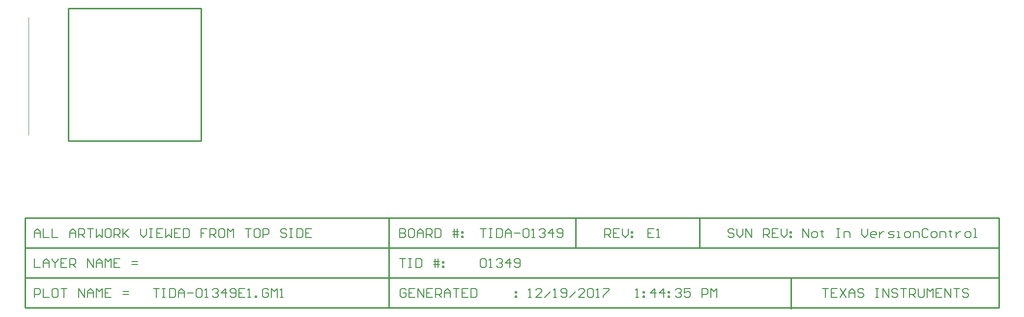
<source format=gm1>
G04 Layer_Color=11296232*
%FSAX25Y25*%
%MOIN*%
G70*
G01*
G75*
%ADD14C,0.00800*%
%ADD16C,0.01000*%
%ADD35C,0.00394*%
G54D14*
X0567400Y0087833D02*
Y0093831D01*
X0571399Y0087833D01*
Y0093831D01*
X0574398Y0087833D02*
X0576397D01*
X0577397Y0088833D01*
Y0090832D01*
X0576397Y0091832D01*
X0574398D01*
X0573398Y0090832D01*
Y0088833D01*
X0574398Y0087833D01*
X0580396Y0092832D02*
Y0091832D01*
X0579396D01*
X0581395D01*
X0580396D01*
Y0088833D01*
X0581395Y0087833D01*
X0590393Y0093831D02*
X0592392D01*
X0591392D01*
Y0087833D01*
X0590393D01*
X0592392D01*
X0595391D02*
Y0091832D01*
X0598390D01*
X0599390Y0090832D01*
Y0087833D01*
X0607387Y0093831D02*
Y0089833D01*
X0609386Y0087833D01*
X0611386Y0089833D01*
Y0093831D01*
X0616384Y0087833D02*
X0614385D01*
X0613385Y0088833D01*
Y0090832D01*
X0614385Y0091832D01*
X0616384D01*
X0617384Y0090832D01*
Y0089833D01*
X0613385D01*
X0619383Y0091832D02*
Y0087833D01*
Y0089833D01*
X0620383Y0090832D01*
X0621383Y0091832D01*
X0622382D01*
X0625381Y0087833D02*
X0628380D01*
X0629380Y0088833D01*
X0628380Y0089833D01*
X0626381D01*
X0625381Y0090832D01*
X0626381Y0091832D01*
X0629380D01*
X0631379Y0087833D02*
X0633379D01*
X0632379D01*
Y0091832D01*
X0631379D01*
X0637377Y0087833D02*
X0639377D01*
X0640376Y0088833D01*
Y0090832D01*
X0639377Y0091832D01*
X0637377D01*
X0636378Y0090832D01*
Y0088833D01*
X0637377Y0087833D01*
X0642376D02*
Y0091832D01*
X0645375D01*
X0646374Y0090832D01*
Y0087833D01*
X0652373Y0092832D02*
X0651373Y0093831D01*
X0649373D01*
X0648374Y0092832D01*
Y0088833D01*
X0649373Y0087833D01*
X0651373D01*
X0652373Y0088833D01*
X0655372Y0087833D02*
X0657371D01*
X0658371Y0088833D01*
Y0090832D01*
X0657371Y0091832D01*
X0655372D01*
X0654372Y0090832D01*
Y0088833D01*
X0655372Y0087833D01*
X0660370D02*
Y0091832D01*
X0663369D01*
X0664369Y0090832D01*
Y0087833D01*
X0667368Y0092832D02*
Y0091832D01*
X0666368D01*
X0668367D01*
X0667368D01*
Y0088833D01*
X0668367Y0087833D01*
X0671366Y0091832D02*
Y0087833D01*
Y0089833D01*
X0672366Y0090832D01*
X0673366Y0091832D01*
X0674365D01*
X0678364Y0087833D02*
X0680364D01*
X0681363Y0088833D01*
Y0090832D01*
X0680364Y0091832D01*
X0678364D01*
X0677364Y0090832D01*
Y0088833D01*
X0678364Y0087833D01*
X0683362D02*
X0685362D01*
X0684362D01*
Y0093831D01*
X0683362D01*
X0520799Y0092832D02*
X0519799Y0093831D01*
X0517800D01*
X0516800Y0092832D01*
Y0091832D01*
X0517800Y0090832D01*
X0519799D01*
X0520799Y0089833D01*
Y0088833D01*
X0519799Y0087833D01*
X0517800D01*
X0516800Y0088833D01*
X0522798Y0093831D02*
Y0089833D01*
X0524797Y0087833D01*
X0526797Y0089833D01*
Y0093831D01*
X0528796Y0087833D02*
Y0093831D01*
X0532795Y0087833D01*
Y0093831D01*
X0540792Y0087833D02*
Y0093831D01*
X0543791D01*
X0544791Y0092832D01*
Y0090832D01*
X0543791Y0089833D01*
X0540792D01*
X0542792D02*
X0544791Y0087833D01*
X0550789Y0093831D02*
X0546790D01*
Y0087833D01*
X0550789D01*
X0546790Y0090832D02*
X0548790D01*
X0552788Y0093831D02*
Y0089833D01*
X0554788Y0087833D01*
X0556787Y0089833D01*
Y0093831D01*
X0558786Y0091832D02*
X0559786D01*
Y0090832D01*
X0558786D01*
Y0091832D01*
Y0088833D02*
X0559786D01*
Y0087833D01*
X0558786D01*
Y0088833D01*
X0433000Y0087833D02*
Y0093831D01*
X0435999D01*
X0436999Y0092832D01*
Y0090832D01*
X0435999Y0089833D01*
X0433000D01*
X0434999D02*
X0436999Y0087833D01*
X0442997Y0093831D02*
X0438998D01*
Y0087833D01*
X0442997D01*
X0438998Y0090832D02*
X0440997D01*
X0444996Y0093831D02*
Y0089833D01*
X0446995Y0087833D01*
X0448995Y0089833D01*
Y0093831D01*
X0450994Y0091832D02*
X0451994D01*
Y0090832D01*
X0450994D01*
Y0091832D01*
Y0088833D02*
X0451994D01*
Y0087833D01*
X0450994D01*
Y0088833D01*
X0126900Y0052965D02*
X0130899D01*
X0128899D01*
Y0046966D01*
X0132898Y0052965D02*
X0134897D01*
X0133898D01*
Y0046966D01*
X0132898D01*
X0134897D01*
X0137896Y0052965D02*
Y0046966D01*
X0140895D01*
X0141895Y0047966D01*
Y0051965D01*
X0140895Y0052965D01*
X0137896D01*
X0143895Y0046966D02*
Y0050965D01*
X0145894Y0052965D01*
X0147893Y0050965D01*
Y0046966D01*
Y0049966D01*
X0143895D01*
X0149893D02*
X0153891D01*
X0155891Y0051965D02*
X0156890Y0052965D01*
X0158890D01*
X0159889Y0051965D01*
Y0047966D01*
X0158890Y0046966D01*
X0156890D01*
X0155891Y0047966D01*
Y0051965D01*
X0161889Y0046966D02*
X0163888D01*
X0162888D01*
Y0052965D01*
X0161889Y0051965D01*
X0166887D02*
X0167887Y0052965D01*
X0169886D01*
X0170886Y0051965D01*
Y0050965D01*
X0169886Y0049966D01*
X0168886D01*
X0169886D01*
X0170886Y0048966D01*
Y0047966D01*
X0169886Y0046966D01*
X0167887D01*
X0166887Y0047966D01*
X0175884Y0046966D02*
Y0052965D01*
X0172885Y0049966D01*
X0176884D01*
X0178883Y0047966D02*
X0179883Y0046966D01*
X0181882D01*
X0182882Y0047966D01*
Y0051965D01*
X0181882Y0052965D01*
X0179883D01*
X0178883Y0051965D01*
Y0050965D01*
X0179883Y0049966D01*
X0182882D01*
X0188880Y0052965D02*
X0184881D01*
Y0046966D01*
X0188880D01*
X0184881Y0049966D02*
X0186881D01*
X0190879Y0046966D02*
X0192879D01*
X0191879D01*
Y0052965D01*
X0190879Y0051965D01*
X0195878Y0046966D02*
Y0047966D01*
X0196877D01*
Y0046966D01*
X0195878D01*
X0204875Y0051965D02*
X0203875Y0052965D01*
X0201876D01*
X0200876Y0051965D01*
Y0047966D01*
X0201876Y0046966D01*
X0203875D01*
X0204875Y0047966D01*
Y0049966D01*
X0202875D01*
X0206874Y0046966D02*
Y0052965D01*
X0208874Y0050965D01*
X0210873Y0052965D01*
Y0046966D01*
X0212872D02*
X0214872D01*
X0213872D01*
Y0052965D01*
X0212872Y0051965D01*
X0381150Y0046966D02*
X0383149D01*
X0382150D01*
Y0052965D01*
X0381150Y0051965D01*
X0390147Y0046966D02*
X0386148D01*
X0390147Y0050965D01*
Y0051965D01*
X0389147Y0052965D01*
X0387148D01*
X0386148Y0051965D01*
X0392146Y0046966D02*
X0396145Y0050965D01*
X0398145Y0046966D02*
X0400144D01*
X0399144D01*
Y0052965D01*
X0398145Y0051965D01*
X0403143Y0047966D02*
X0404143Y0046966D01*
X0406142D01*
X0407142Y0047966D01*
Y0051965D01*
X0406142Y0052965D01*
X0404143D01*
X0403143Y0051965D01*
Y0050965D01*
X0404143Y0049966D01*
X0407142D01*
X0409141Y0046966D02*
X0413140Y0050965D01*
X0419138Y0046966D02*
X0415139D01*
X0419138Y0050965D01*
Y0051965D01*
X0418138Y0052965D01*
X0416139D01*
X0415139Y0051965D01*
X0421137D02*
X0422137Y0052965D01*
X0424136D01*
X0425136Y0051965D01*
Y0047966D01*
X0424136Y0046966D01*
X0422137D01*
X0421137Y0047966D01*
Y0051965D01*
X0427135Y0046966D02*
X0429135D01*
X0428135D01*
Y0052965D01*
X0427135Y0051965D01*
X0432133Y0052965D02*
X0436132D01*
Y0051965D01*
X0432133Y0047966D01*
Y0046966D01*
X0298199Y0051965D02*
X0297199Y0052965D01*
X0295200D01*
X0294200Y0051965D01*
Y0047966D01*
X0295200Y0046966D01*
X0297199D01*
X0298199Y0047966D01*
Y0049966D01*
X0296199D01*
X0304197Y0052965D02*
X0300198D01*
Y0046966D01*
X0304197D01*
X0300198Y0049966D02*
X0302197D01*
X0306196Y0046966D02*
Y0052965D01*
X0310195Y0046966D01*
Y0052965D01*
X0316193D02*
X0312194D01*
Y0046966D01*
X0316193D01*
X0312194Y0049966D02*
X0314194D01*
X0318192Y0046966D02*
Y0052965D01*
X0321191D01*
X0322191Y0051965D01*
Y0049966D01*
X0321191Y0048966D01*
X0318192D01*
X0320192D02*
X0322191Y0046966D01*
X0324190D02*
Y0050965D01*
X0326190Y0052965D01*
X0328189Y0050965D01*
Y0046966D01*
Y0049966D01*
X0324190D01*
X0330188Y0052965D02*
X0334187D01*
X0332188D01*
Y0046966D01*
X0340185Y0052965D02*
X0336186D01*
Y0046966D01*
X0340185D01*
X0336186Y0049966D02*
X0338186D01*
X0342184Y0052965D02*
Y0046966D01*
X0345183D01*
X0346183Y0047966D01*
Y0051965D01*
X0345183Y0052965D01*
X0342184D01*
X0372175Y0050965D02*
X0373175D01*
Y0049966D01*
X0372175D01*
Y0050965D01*
Y0047966D02*
X0373175D01*
Y0046966D01*
X0372175D01*
Y0047966D01*
X0046350Y0087833D02*
Y0091832D01*
X0048349Y0093831D01*
X0050349Y0091832D01*
Y0087833D01*
Y0090832D01*
X0046350D01*
X0052348Y0093831D02*
Y0087833D01*
X0056347D01*
X0058346Y0093831D02*
Y0087833D01*
X0062345D01*
X0070342D02*
Y0091832D01*
X0072342Y0093831D01*
X0074341Y0091832D01*
Y0087833D01*
Y0090832D01*
X0070342D01*
X0076340Y0087833D02*
Y0093831D01*
X0079339D01*
X0080339Y0092832D01*
Y0090832D01*
X0079339Y0089833D01*
X0076340D01*
X0078340D02*
X0080339Y0087833D01*
X0082338Y0093831D02*
X0086337D01*
X0084338D01*
Y0087833D01*
X0088336Y0093831D02*
Y0087833D01*
X0090336Y0089833D01*
X0092335Y0087833D01*
Y0093831D01*
X0097334D02*
X0095334D01*
X0094335Y0092832D01*
Y0088833D01*
X0095334Y0087833D01*
X0097334D01*
X0098333Y0088833D01*
Y0092832D01*
X0097334Y0093831D01*
X0100332Y0087833D02*
Y0093831D01*
X0103332D01*
X0104331Y0092832D01*
Y0090832D01*
X0103332Y0089833D01*
X0100332D01*
X0102332D02*
X0104331Y0087833D01*
X0106331Y0093831D02*
Y0087833D01*
Y0089833D01*
X0110329Y0093831D01*
X0107330Y0090832D01*
X0110329Y0087833D01*
X0118327Y0093831D02*
Y0089833D01*
X0120326Y0087833D01*
X0122325Y0089833D01*
Y0093831D01*
X0124325D02*
X0126324D01*
X0125324D01*
Y0087833D01*
X0124325D01*
X0126324D01*
X0133322Y0093831D02*
X0129323D01*
Y0087833D01*
X0133322D01*
X0129323Y0090832D02*
X0131323D01*
X0135321Y0093831D02*
Y0087833D01*
X0137321Y0089833D01*
X0139320Y0087833D01*
Y0093831D01*
X0145318D02*
X0141319D01*
Y0087833D01*
X0145318D01*
X0141319Y0090832D02*
X0143319D01*
X0147317Y0093831D02*
Y0087833D01*
X0150316D01*
X0151316Y0088833D01*
Y0092832D01*
X0150316Y0093831D01*
X0147317D01*
X0163312D02*
X0159313D01*
Y0090832D01*
X0161313D01*
X0159313D01*
Y0087833D01*
X0165312D02*
Y0093831D01*
X0168310D01*
X0169310Y0092832D01*
Y0090832D01*
X0168310Y0089833D01*
X0165312D01*
X0167311D02*
X0169310Y0087833D01*
X0174309Y0093831D02*
X0172309D01*
X0171310Y0092832D01*
Y0088833D01*
X0172309Y0087833D01*
X0174309D01*
X0175308Y0088833D01*
Y0092832D01*
X0174309Y0093831D01*
X0177308Y0087833D02*
Y0093831D01*
X0179307Y0091832D01*
X0181306Y0093831D01*
Y0087833D01*
X0189304Y0093831D02*
X0193303D01*
X0191303D01*
Y0087833D01*
X0198301Y0093831D02*
X0196301D01*
X0195302Y0092832D01*
Y0088833D01*
X0196301Y0087833D01*
X0198301D01*
X0199301Y0088833D01*
Y0092832D01*
X0198301Y0093831D01*
X0201300Y0087833D02*
Y0093831D01*
X0204299D01*
X0205299Y0092832D01*
Y0090832D01*
X0204299Y0089833D01*
X0201300D01*
X0217295Y0092832D02*
X0216295Y0093831D01*
X0214296D01*
X0213296Y0092832D01*
Y0091832D01*
X0214296Y0090832D01*
X0216295D01*
X0217295Y0089833D01*
Y0088833D01*
X0216295Y0087833D01*
X0214296D01*
X0213296Y0088833D01*
X0219294Y0093831D02*
X0221293D01*
X0220294D01*
Y0087833D01*
X0219294D01*
X0221293D01*
X0224292Y0093831D02*
Y0087833D01*
X0227291D01*
X0228291Y0088833D01*
Y0092832D01*
X0227291Y0093831D01*
X0224292D01*
X0234289D02*
X0230291D01*
Y0087833D01*
X0234289D01*
X0230291Y0090832D02*
X0232290D01*
X0466149Y0093831D02*
X0462150D01*
Y0087833D01*
X0466149D01*
X0462150Y0090832D02*
X0464149D01*
X0468148Y0087833D02*
X0470147D01*
X0469148D01*
Y0093831D01*
X0468148Y0092832D01*
X0348550Y0093831D02*
X0352549D01*
X0350549D01*
Y0087833D01*
X0354548Y0093831D02*
X0356547D01*
X0355548D01*
Y0087833D01*
X0354548D01*
X0356547D01*
X0359546Y0093831D02*
Y0087833D01*
X0362545D01*
X0363545Y0088833D01*
Y0092832D01*
X0362545Y0093831D01*
X0359546D01*
X0365545Y0087833D02*
Y0091832D01*
X0367544Y0093831D01*
X0369543Y0091832D01*
Y0087833D01*
Y0090832D01*
X0365545D01*
X0371543D02*
X0375541D01*
X0377541Y0092832D02*
X0378540Y0093831D01*
X0380540D01*
X0381539Y0092832D01*
Y0088833D01*
X0380540Y0087833D01*
X0378540D01*
X0377541Y0088833D01*
Y0092832D01*
X0383539Y0087833D02*
X0385538D01*
X0384538D01*
Y0093831D01*
X0383539Y0092832D01*
X0388537D02*
X0389537Y0093831D01*
X0391536D01*
X0392536Y0092832D01*
Y0091832D01*
X0391536Y0090832D01*
X0390536D01*
X0391536D01*
X0392536Y0089833D01*
Y0088833D01*
X0391536Y0087833D01*
X0389537D01*
X0388537Y0088833D01*
X0397534Y0087833D02*
Y0093831D01*
X0394535Y0090832D01*
X0398534D01*
X0400533Y0088833D02*
X0401533Y0087833D01*
X0403532D01*
X0404532Y0088833D01*
Y0092832D01*
X0403532Y0093831D01*
X0401533D01*
X0400533Y0092832D01*
Y0091832D01*
X0401533Y0090832D01*
X0404532D01*
X0294000Y0093831D02*
Y0087833D01*
X0296999D01*
X0297999Y0088833D01*
Y0089833D01*
X0296999Y0090832D01*
X0294000D01*
X0296999D01*
X0297999Y0091832D01*
Y0092832D01*
X0296999Y0093831D01*
X0294000D01*
X0302997D02*
X0300998D01*
X0299998Y0092832D01*
Y0088833D01*
X0300998Y0087833D01*
X0302997D01*
X0303997Y0088833D01*
Y0092832D01*
X0302997Y0093831D01*
X0305996Y0087833D02*
Y0091832D01*
X0307996Y0093831D01*
X0309995Y0091832D01*
Y0087833D01*
Y0090832D01*
X0305996D01*
X0311994Y0087833D02*
Y0093831D01*
X0314993D01*
X0315993Y0092832D01*
Y0090832D01*
X0314993Y0089833D01*
X0311994D01*
X0313994D02*
X0315993Y0087833D01*
X0317992Y0093831D02*
Y0087833D01*
X0320991D01*
X0321991Y0088833D01*
Y0092832D01*
X0320991Y0093831D01*
X0317992D01*
X0330988Y0087833D02*
Y0093831D01*
X0332987D02*
Y0087833D01*
X0329988Y0091832D02*
X0332987D01*
X0333987D01*
X0329988Y0089833D02*
X0333987D01*
X0335986Y0091832D02*
X0336986D01*
Y0090832D01*
X0335986D01*
Y0091832D01*
Y0088833D02*
X0336986D01*
Y0087833D01*
X0335986D01*
Y0088833D01*
X0046350Y0073549D02*
Y0067551D01*
X0050349D01*
X0052348D02*
Y0071549D01*
X0054347Y0073549D01*
X0056347Y0071549D01*
Y0067551D01*
Y0070550D01*
X0052348D01*
X0058346Y0073549D02*
Y0072549D01*
X0060346Y0070550D01*
X0062345Y0072549D01*
Y0073549D01*
X0060346Y0070550D02*
Y0067551D01*
X0068343Y0073549D02*
X0064344D01*
Y0067551D01*
X0068343D01*
X0064344Y0070550D02*
X0066343D01*
X0070342Y0067551D02*
Y0073549D01*
X0073341D01*
X0074341Y0072549D01*
Y0070550D01*
X0073341Y0069550D01*
X0070342D01*
X0072342D02*
X0074341Y0067551D01*
X0082338D02*
Y0073549D01*
X0086337Y0067551D01*
Y0073549D01*
X0088336Y0067551D02*
Y0071549D01*
X0090336Y0073549D01*
X0092335Y0071549D01*
Y0067551D01*
Y0070550D01*
X0088336D01*
X0094335Y0067551D02*
Y0073549D01*
X0096334Y0071549D01*
X0098333Y0073549D01*
Y0067551D01*
X0104331Y0073549D02*
X0100332D01*
Y0067551D01*
X0104331D01*
X0100332Y0070550D02*
X0102332D01*
X0112329Y0069550D02*
X0116327D01*
X0112329Y0071549D02*
X0116327D01*
X0046350Y0046966D02*
Y0052965D01*
X0049349D01*
X0050349Y0051965D01*
Y0049966D01*
X0049349Y0048966D01*
X0046350D01*
X0052348Y0052965D02*
Y0046966D01*
X0056347D01*
X0061345Y0052965D02*
X0059346D01*
X0058346Y0051965D01*
Y0047966D01*
X0059346Y0046966D01*
X0061345D01*
X0062345Y0047966D01*
Y0051965D01*
X0061345Y0052965D01*
X0064344D02*
X0068343D01*
X0066343D01*
Y0046966D01*
X0076340D02*
Y0052965D01*
X0080339Y0046966D01*
Y0052965D01*
X0082338Y0046966D02*
Y0050965D01*
X0084338Y0052965D01*
X0086337Y0050965D01*
Y0046966D01*
Y0049966D01*
X0082338D01*
X0088336Y0046966D02*
Y0052965D01*
X0090336Y0050965D01*
X0092335Y0052965D01*
Y0046966D01*
X0098333Y0052965D02*
X0094335D01*
Y0046966D01*
X0098333D01*
X0094335Y0049966D02*
X0096334D01*
X0106331Y0048966D02*
X0110329D01*
X0106331Y0050965D02*
X0110329D01*
X0454050Y0046966D02*
X0456049D01*
X0455050D01*
Y0052965D01*
X0454050Y0051965D01*
X0459048Y0050965D02*
X0460048D01*
Y0049966D01*
X0459048D01*
Y0050965D01*
Y0047966D02*
X0460048D01*
Y0046966D01*
X0459048D01*
Y0047966D01*
X0467046Y0046966D02*
Y0052965D01*
X0464047Y0049966D01*
X0468046D01*
X0473044Y0046966D02*
Y0052965D01*
X0470045Y0049966D01*
X0474044D01*
X0476043Y0050965D02*
X0477043D01*
Y0049966D01*
X0476043D01*
Y0050965D01*
Y0047966D02*
X0477043D01*
Y0046966D01*
X0476043D01*
Y0047966D01*
X0481041Y0051965D02*
X0482041Y0052965D01*
X0484040D01*
X0485040Y0051965D01*
Y0050965D01*
X0484040Y0049966D01*
X0483041D01*
X0484040D01*
X0485040Y0048966D01*
Y0047966D01*
X0484040Y0046966D01*
X0482041D01*
X0481041Y0047966D01*
X0491038Y0052965D02*
X0487039D01*
Y0049966D01*
X0489039Y0050965D01*
X0490038D01*
X0491038Y0049966D01*
Y0047966D01*
X0490038Y0046966D01*
X0488039D01*
X0487039Y0047966D01*
X0499035Y0046966D02*
Y0052965D01*
X0502035D01*
X0503034Y0051965D01*
Y0049966D01*
X0502035Y0048966D01*
X0499035D01*
X0505033Y0046966D02*
Y0052965D01*
X0507033Y0050965D01*
X0509032Y0052965D01*
Y0046966D01*
X0580500Y0052965D02*
X0584499D01*
X0582499D01*
Y0046966D01*
X0590497Y0052965D02*
X0586498D01*
Y0046966D01*
X0590497D01*
X0586498Y0049966D02*
X0588497D01*
X0592496Y0052965D02*
X0596495Y0046966D01*
Y0052965D02*
X0592496Y0046966D01*
X0598494D02*
Y0050965D01*
X0600493Y0052965D01*
X0602493Y0050965D01*
Y0046966D01*
Y0049966D01*
X0598494D01*
X0608491Y0051965D02*
X0607491Y0052965D01*
X0605492D01*
X0604492Y0051965D01*
Y0050965D01*
X0605492Y0049966D01*
X0607491D01*
X0608491Y0048966D01*
Y0047966D01*
X0607491Y0046966D01*
X0605492D01*
X0604492Y0047966D01*
X0616488Y0052965D02*
X0618488D01*
X0617488D01*
Y0046966D01*
X0616488D01*
X0618488D01*
X0621487D02*
Y0052965D01*
X0625486Y0046966D01*
Y0052965D01*
X0631484Y0051965D02*
X0630484Y0052965D01*
X0628484D01*
X0627485Y0051965D01*
Y0050965D01*
X0628484Y0049966D01*
X0630484D01*
X0631484Y0048966D01*
Y0047966D01*
X0630484Y0046966D01*
X0628484D01*
X0627485Y0047966D01*
X0633483Y0052965D02*
X0637482D01*
X0635482D01*
Y0046966D01*
X0639481D02*
Y0052965D01*
X0642480D01*
X0643480Y0051965D01*
Y0049966D01*
X0642480Y0048966D01*
X0639481D01*
X0641480D02*
X0643480Y0046966D01*
X0645479Y0052965D02*
Y0047966D01*
X0646479Y0046966D01*
X0648478D01*
X0649478Y0047966D01*
Y0052965D01*
X0651477Y0046966D02*
Y0052965D01*
X0653476Y0050965D01*
X0655476Y0052965D01*
Y0046966D01*
X0661474Y0052965D02*
X0657475D01*
Y0046966D01*
X0661474D01*
X0657475Y0049966D02*
X0659474D01*
X0663473Y0046966D02*
Y0052965D01*
X0667472Y0046966D01*
Y0052965D01*
X0669471D02*
X0673470D01*
X0671471D01*
Y0046966D01*
X0679468Y0051965D02*
X0678468Y0052965D01*
X0676469D01*
X0675469Y0051965D01*
Y0050965D01*
X0676469Y0049966D01*
X0678468D01*
X0679468Y0048966D01*
Y0047966D01*
X0678468Y0046966D01*
X0676469D01*
X0675469Y0047966D01*
X0294000Y0073498D02*
X0297999D01*
X0295999D01*
Y0067500D01*
X0299998Y0073498D02*
X0301997D01*
X0300998D01*
Y0067500D01*
X0299998D01*
X0301997D01*
X0304996Y0073498D02*
Y0067500D01*
X0307996D01*
X0308995Y0068500D01*
Y0072498D01*
X0307996Y0073498D01*
X0304996D01*
X0317992Y0067500D02*
Y0073498D01*
X0319992D02*
Y0067500D01*
X0316993Y0071499D02*
X0319992D01*
X0320991D01*
X0316993Y0069499D02*
X0320991D01*
X0322991Y0071499D02*
X0323990D01*
Y0070499D01*
X0322991D01*
Y0071499D01*
Y0068500D02*
X0323990D01*
Y0067500D01*
X0322991D01*
Y0068500D01*
X0348550Y0072498D02*
X0349550Y0073498D01*
X0351549D01*
X0352549Y0072498D01*
Y0068500D01*
X0351549Y0067500D01*
X0349550D01*
X0348550Y0068500D01*
Y0072498D01*
X0354548Y0067500D02*
X0356547D01*
X0355548D01*
Y0073498D01*
X0354548Y0072498D01*
X0359546D02*
X0360546Y0073498D01*
X0362545D01*
X0363545Y0072498D01*
Y0071499D01*
X0362545Y0070499D01*
X0361546D01*
X0362545D01*
X0363545Y0069499D01*
Y0068500D01*
X0362545Y0067500D01*
X0360546D01*
X0359546Y0068500D01*
X0368544Y0067500D02*
Y0073498D01*
X0365545Y0070499D01*
X0369543D01*
X0371543Y0068500D02*
X0372542Y0067500D01*
X0374542D01*
X0375541Y0068500D01*
Y0072498D01*
X0374542Y0073498D01*
X0372542D01*
X0371543Y0072498D01*
Y0071499D01*
X0372542Y0070499D01*
X0375541D01*
G54D16*
X0069200Y0153400D02*
Y0243400D01*
Y0153400D02*
X0159200D01*
X0069200Y0243400D02*
X0159200D01*
Y0153400D02*
Y0243400D01*
X0497200Y0080717D02*
Y0101050D01*
X0413200Y0080717D02*
Y0101050D01*
X0040000Y0080717D02*
X0700200D01*
X0040000Y0060383D02*
X0700000D01*
X0040000Y0040050D02*
X0440500D01*
X0040050Y0101050D02*
X0700200D01*
X0040050Y0040050D02*
Y0101050D01*
Y0040050D02*
X0197600D01*
X0040000D02*
Y0101050D01*
X0286500Y0040050D02*
Y0101050D01*
X0700200Y0040050D02*
Y0101050D01*
X0440500Y0040050D02*
X0700200D01*
X0559400Y0039400D02*
Y0059683D01*
G54D35*
X0042200Y0157400D02*
Y0237400D01*
M02*

</source>
